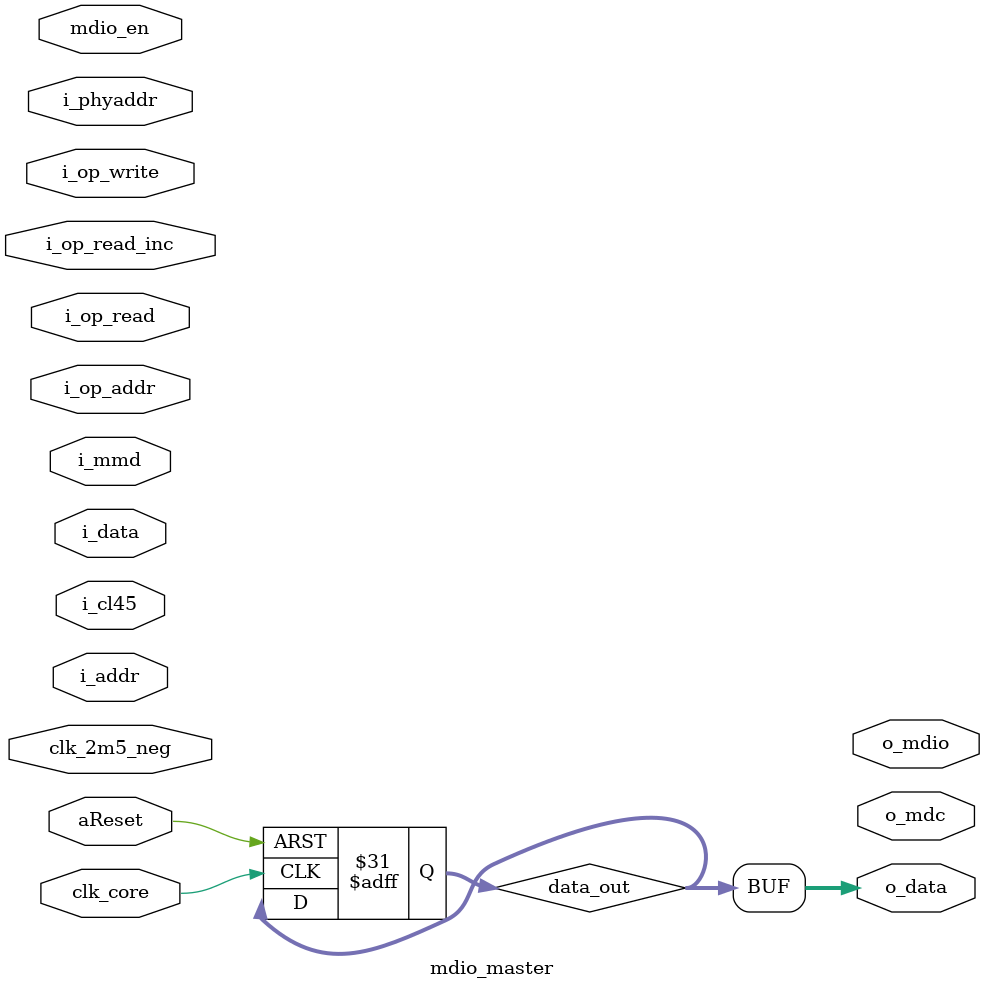
<source format=v>
module mdio_master(

    input wire clk_2m5_neg,                         //! Negated 2.5MHz clock
    input wire clk_core,                            //! Clock used for the core, sync with 2.5MHz
    input wire aReset,                              //! Asynchronous reset
    input wire mdio_en,                             //! MDIO enable signal, lifts clock gating
    input wire i_op_write,                          //! MDIO write operation signal
    input wire i_op_read,                           //! MDIO read operation signal
    input wire i_op_addr,                           //! MDIO address operation signal
    input wire i_op_read_inc,                       //! MDIO read and post read increment operation signal
    input wire [4:0] i_phyaddr,                     //! MDIO phyaddress
    input wire [4:0] i_addr,                        //! MDIO regaddress
    input wire [15:0] i_mmd,                        //! MDIO MMD (for CL45)
    input wire i_cl45,                              //! Clause 45 indication signal, active high
    input wire [15:0] i_data,                       //! MDIO data field
    output wire [15:0] o_data,                      //! MDIO read output

    output wire o_mdio,                             //! MDIO data pin interface
    output wire o_mdc                               //! MDIO clock pin interface


    );

    // Parameter declaration
    localparam ST_IDLE = 3'h0;                      //! MDIO FSM stays idle when it is not enabled
    localparam ST_START = 3'h1;                     //! MDIO starts when enabled and lifts clock gating
    localparam ST_SEND_HIGH_BITS = 3'h2;            //! MDIO sends the first 32 high bits to initiate the transaction
    localparam ST_SEND_MESSAGE = 3'h3;              //! MDIO sends the pattern
    localparam ST_TURNAROUND_WAIT = 3'h4;           //! MDIO waits the turnaround from the slave
    localparam ST_READ_RESPONSE = 3'h5;             //! If operation is a read, MDIO waits for the response after the turnaround
    localparam ST_STOP = 3'h6;                      //! Transaction is finished, now clear variables and go back in idle

    // Reg declarations
    reg [15:0] data_out;                            //! If operation is read, this is the result in output
    reg [2:0] state;                                //! State of the MDIO fsm
    reg [2:0] state_next;                           //! Next state of the fsm
    reg mdio;                                       //! MDIO data pin
    reg mdio_next;                                  //! Next value of MDIO data pin
    reg [5:0] counter;                              //! Counter for MDIO bits (based on 2.5MHz clk)
    reg [5:0] counter_next;                         //! Next counter value
    reg counter_en;                                 //! Enable bit for MDIO bit counter

    // Wire declarations
    wire [1:0] mdio_ST;                             //! ST field of MDIO message, indicates the clause. 01 for cl22, 00 for cl45
    wire [1:0] mdio_OP;                             //! OP field of MDIO message, indicates the operation
    /*
    Operation code is defined as follows:
        Clause 22:
            Write           -> 01
            Read            -> 10
        
        Clause 45:
            Address         -> 00
            Write           -> 01
            Read            -> 11
            Read + Addr     -> 10
    */
    wire [4:0] mdio_PHYADDR;                        //! PHYADDR field of MDIO message, indicates the address of the slave device
    wire [4:0] mdio_REGADDR;                        //! REGADDR field of MDIO message, indicates the target register address
    wire [1:0] mdio_TA;                             //! TA field of MDIO message, turnaround bit to allow the bus ownership to be passe from master to slave
    wire [15:0] mdio_DATA;                          //! DATA field of MDIO message, contains data. Driven by master during write and by slave during read
    wire cl_22_op_valid;                            //! Validity of CL22 operation
    wire cl45_op_valid;                             //! Validity of CL45 operation
    wire mdio_op_valid;                             //! Valid CL22 or CL45 operation


    // Wire assignments
    assign o_data = data_out;

    assign mdio_ST = i_cl45 ? 2'b00 : 2'b01;        //! The ST field of MDIO is 01 for Clause 22 accesses and 00 for Clause 45
    assign mdio_OP = 
                     !i_cl45 ? (i_op_write ? 2'b01 : 2'b10) : //! Clause 22 operations
                     (i_op_addr ? 2'b00 :                     //! Clause 45 operations
                      i_op_write ? 2'b01 :
                      i_op_read ? 2'b11 :
                      2'b10);

    //! A clause 22 operation is considered valid if it is only one between the write or read operation, but not the cl45 ops
    assign cl22_op_valid = !i_cl45 & (i_op_write ^ i_op_read) & !(i_op_addr | i_op_read_inc);

    //! A clause 45 operation is considered valid if it is only one between all the possible operations
    assign cl45_op_valid = i_cl45 & (i_op_read ^ i_op_write ^ i_op_addr ^ i_op_read_inc) &
                                    (i_op_read | i_op_write | i_op_addr | i_op_read_inc);

    //! The MDIO operation is valid if either cl45 or cl22 operations are valid
    assign mdio_op_valid = cl22_op_valid | cl45_op_valid;

    always @(posedge clk_core, posedge aReset) begin : fsm_seq //! Sequential part of the MDIO master FSM
        if(aReset) begin
            state <= ST_IDLE;
            data_out <= 16'h0;         
        end
        else begin
            state <= state_next;
            mdio <= mdio_next;
            
        end
    end

    always @(*) begin
        

        case (state)
            
        ST_START : begin
            mdio_next <= 1'b0;
            state_next <= ST_SEND_HIGH_BITS;
        end

        ST_SEND_HIGH_BITS : begin
            mdio_next <= 1'b1;
        end

        endcase
    end

endmodule
</source>
